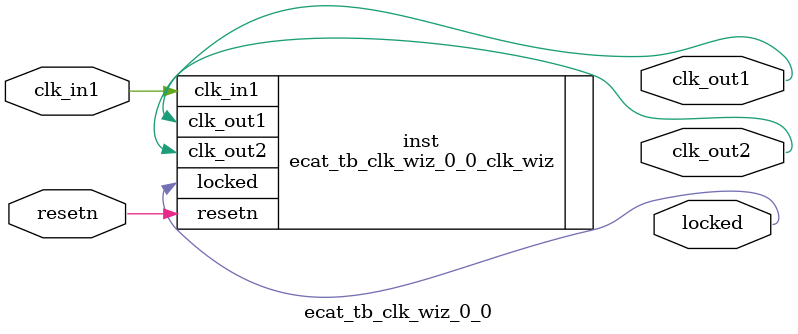
<source format=v>


`timescale 1ps/1ps

(* CORE_GENERATION_INFO = "ecat_tb_clk_wiz_0_0,clk_wiz_v6_0_3_0_0,{component_name=ecat_tb_clk_wiz_0_0,use_phase_alignment=true,use_min_o_jitter=false,use_max_i_jitter=false,use_dyn_phase_shift=false,use_inclk_switchover=false,use_dyn_reconfig=false,enable_axi=0,feedback_source=FDBK_AUTO,PRIMITIVE=PLL,num_out_clk=2,clkin1_period=40.000,clkin2_period=10.0,use_power_down=false,use_reset=true,use_locked=true,use_inclk_stopped=false,feedback_type=SINGLE,CLOCK_MGR_TYPE=NA,manual_override=false}" *)

module ecat_tb_clk_wiz_0_0 
 (
  // Clock out ports
  output        clk_out1,
  output        clk_out2,
  // Status and control signals
  input         resetn,
  output        locked,
 // Clock in ports
  input         clk_in1
 );

  ecat_tb_clk_wiz_0_0_clk_wiz inst
  (
  // Clock out ports  
  .clk_out1(clk_out1),
  .clk_out2(clk_out2),
  // Status and control signals               
  .resetn(resetn), 
  .locked(locked),
 // Clock in ports
  .clk_in1(clk_in1)
  );

endmodule

</source>
